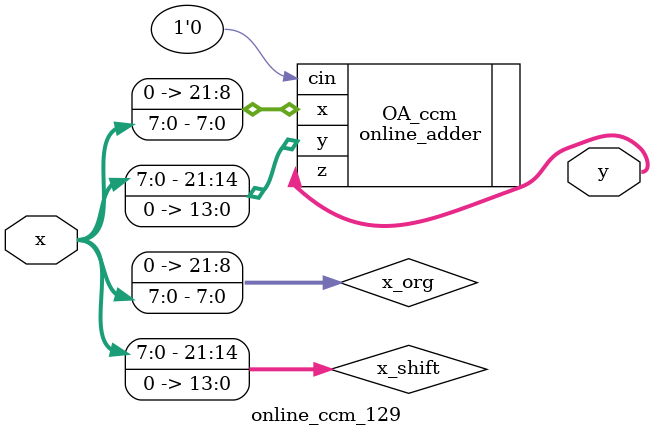
<source format=v>
`timescale 1ns / 1ps
module online_ccm_129(x,y);
parameter Stage = 4;
localparam shift = 7;

localparam WL 		= 2*Stage;
localparam WL_oa	= 2*(Stage+shift);		//WL of OA inputs
localparam WL_out = 2*(Stage+shift+1);

	input [WL-1:0] x;
	
	output [WL_out-1:0] y;
	
	wire [WL_oa-1:0] x_shift;	//x after shift
	wire [WL_oa-1:0] x_org;	//original x with 0s padding at MSDs
	
	assign x_org[WL_oa-1:WL] = 'b0;
	assign x_org[WL-1:0]		  = x;

	assign x_shift[WL_oa-1: WL_oa-WL] = x;
	assign x_shift[WL_oa-WL-1:0]			= 'b0;
	
	online_adder #(Stage+shift) OA_ccm(.x(x_org),.y(x_shift),.cin(1'b0),.z(y));

endmodule

</source>
